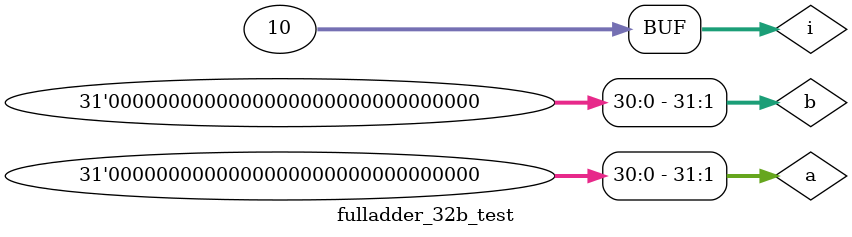
<source format=v>
module fulladder_32b_test;
reg [31:0] a, b;
wire [31:0] sum;
wire carry;
integer i;

fulladder_32b a0 (.a (a), .b (b), .carry (carry), .sum (sum));

initial begin
	a <= 0;
	b <= 0;
	
	//this section loops ten times to create random test cases

	for (i = 0; i < 10; i = i + 1) begin
		#10 a <= $random;
		    b <= $random;
	end
end
initial begin
	$monitor ("%t \n a=%b \n b=%b \n sum=%b \n carry=%b", $time, a, b, 
sum, carry);
	$dumpfile("fulladder_32b.vcd");
	$dumpvars();
	$display("\t\ttime");
end
endmodule


</source>
